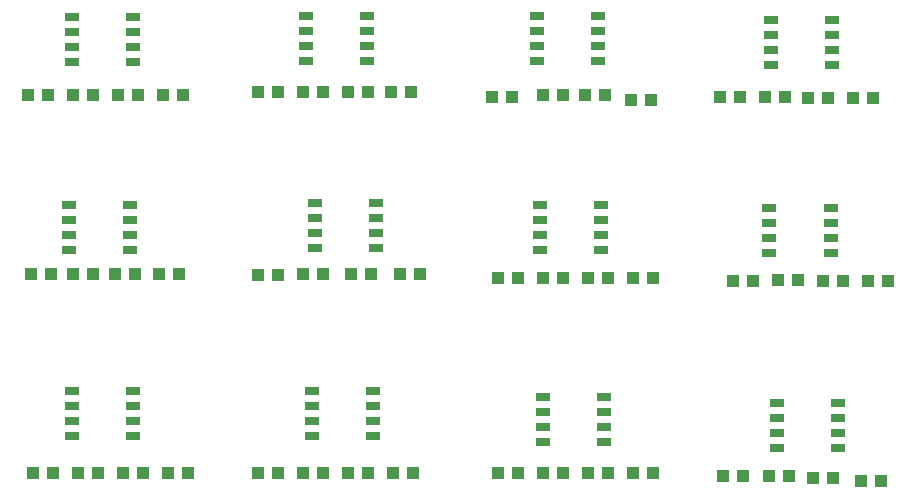
<source format=gbr>
G04 EAGLE Gerber RS-274X export*
G75*
%MOMM*%
%FSLAX34Y34*%
%LPD*%
%INSolderpaste Top*%
%IPPOS*%
%AMOC8*
5,1,8,0,0,1.08239X$1,22.5*%
G01*
%ADD10R,1.100000X1.000000*%
%ADD11R,1.000000X1.100000*%
%ADD12R,1.270000X0.635000*%


D10*
X390Y40640D03*
X17390Y40640D03*
X38490Y40640D03*
X55490Y40640D03*
D11*
X76590Y40640D03*
X93590Y40640D03*
X114690Y40640D03*
X131690Y40640D03*
D12*
X89350Y93980D03*
X89350Y106680D03*
X89350Y81280D03*
X89350Y68580D03*
X37350Y93980D03*
X37350Y106680D03*
X37350Y81280D03*
X37350Y68580D03*
X287470Y95250D03*
X287470Y107950D03*
X287470Y82550D03*
X287470Y69850D03*
X235470Y95250D03*
X235470Y107950D03*
X235470Y82550D03*
X235470Y69850D03*
D11*
X270900Y43180D03*
X287900Y43180D03*
X307730Y43180D03*
X324730Y43180D03*
D10*
X194700Y43180D03*
X211700Y43180D03*
X232800Y43180D03*
X249800Y43180D03*
D12*
X483050Y95250D03*
X483050Y107950D03*
X483050Y82550D03*
X483050Y69850D03*
X431050Y95250D03*
X431050Y107950D03*
X431050Y82550D03*
X431050Y69850D03*
D11*
X471560Y40640D03*
X488560Y40640D03*
X510930Y36830D03*
X527930Y36830D03*
D10*
X392820Y39370D03*
X409820Y39370D03*
X436000Y40640D03*
X453000Y40640D03*
D12*
X681170Y91440D03*
X681170Y104140D03*
X681170Y78740D03*
X681170Y66040D03*
X629170Y91440D03*
X629170Y104140D03*
X629170Y78740D03*
X629170Y66040D03*
D11*
X698890Y38100D03*
X715890Y38100D03*
X660790Y38100D03*
X677790Y38100D03*
D10*
X585860Y39370D03*
X602860Y39370D03*
X623960Y39370D03*
X640960Y39370D03*
D12*
X86810Y-64770D03*
X86810Y-52070D03*
X86810Y-77470D03*
X86810Y-90170D03*
X34810Y-64770D03*
X34810Y-52070D03*
X34810Y-77470D03*
X34810Y-90170D03*
D11*
X74050Y-110490D03*
X91050Y-110490D03*
X110880Y-110490D03*
X127880Y-110490D03*
D10*
X2930Y-110490D03*
X19930Y-110490D03*
X38490Y-110490D03*
X55490Y-110490D03*
D12*
X295090Y-63500D03*
X295090Y-50800D03*
X295090Y-76200D03*
X295090Y-88900D03*
X243090Y-63500D03*
X243090Y-50800D03*
X243090Y-76200D03*
X243090Y-88900D03*
D11*
X315350Y-110490D03*
X332350Y-110490D03*
X273440Y-110490D03*
X290440Y-110490D03*
D10*
X194700Y-111760D03*
X211700Y-111760D03*
X232800Y-110490D03*
X249800Y-110490D03*
D12*
X485590Y-64770D03*
X485590Y-52070D03*
X485590Y-77470D03*
X485590Y-90170D03*
X433590Y-64770D03*
X433590Y-52070D03*
X433590Y-77470D03*
X433590Y-90170D03*
D11*
X474100Y-114300D03*
X491100Y-114300D03*
X512200Y-114300D03*
X529200Y-114300D03*
D10*
X397900Y-114300D03*
X414900Y-114300D03*
X436000Y-114300D03*
X453000Y-114300D03*
D12*
X679900Y-67310D03*
X679900Y-54610D03*
X679900Y-80010D03*
X679900Y-92710D03*
X627900Y-67310D03*
X627900Y-54610D03*
X627900Y-80010D03*
X627900Y-92710D03*
D11*
X673490Y-116840D03*
X690490Y-116840D03*
X711590Y-116840D03*
X728590Y-116840D03*
D10*
X597290Y-116840D03*
X614290Y-116840D03*
X635390Y-115570D03*
X652390Y-115570D03*
D12*
X89350Y-222250D03*
X89350Y-209550D03*
X89350Y-234950D03*
X89350Y-247650D03*
X37350Y-222250D03*
X37350Y-209550D03*
X37350Y-234950D03*
X37350Y-247650D03*
D11*
X80400Y-279400D03*
X97400Y-279400D03*
X118500Y-279400D03*
X135500Y-279400D03*
D10*
X4200Y-279400D03*
X21200Y-279400D03*
X42300Y-279400D03*
X59300Y-279400D03*
D12*
X292550Y-222250D03*
X292550Y-209550D03*
X292550Y-234950D03*
X292550Y-247650D03*
X240550Y-222250D03*
X240550Y-209550D03*
X240550Y-234950D03*
X240550Y-247650D03*
D11*
X270900Y-279400D03*
X287900Y-279400D03*
X309000Y-279400D03*
X326000Y-279400D03*
D10*
X194700Y-279400D03*
X211700Y-279400D03*
X232800Y-279400D03*
X249800Y-279400D03*
D12*
X488130Y-227330D03*
X488130Y-214630D03*
X488130Y-240030D03*
X488130Y-252730D03*
X436130Y-227330D03*
X436130Y-214630D03*
X436130Y-240030D03*
X436130Y-252730D03*
D11*
X474100Y-279400D03*
X491100Y-279400D03*
X512200Y-279400D03*
X529200Y-279400D03*
D10*
X397900Y-279400D03*
X414900Y-279400D03*
X436000Y-279400D03*
X453000Y-279400D03*
D12*
X686250Y-232410D03*
X686250Y-219710D03*
X686250Y-245110D03*
X686250Y-257810D03*
X634250Y-232410D03*
X634250Y-219710D03*
X634250Y-245110D03*
X634250Y-257810D03*
D11*
X664600Y-283210D03*
X681600Y-283210D03*
X705240Y-285750D03*
X722240Y-285750D03*
D10*
X588400Y-281940D03*
X605400Y-281940D03*
X627770Y-281940D03*
X644770Y-281940D03*
M02*

</source>
